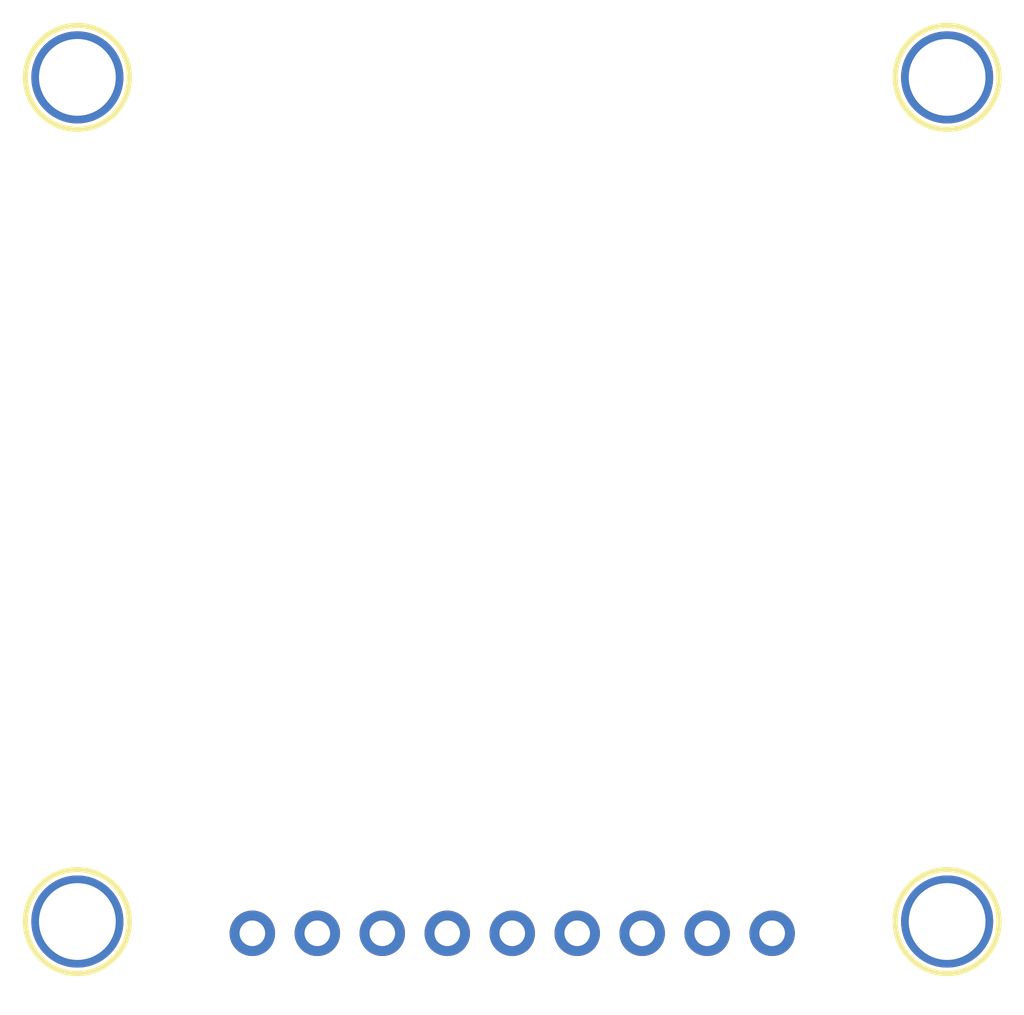
<source format=kicad_pcb>
(kicad_pcb (version 20171130) (host pcbnew "(5.1.6-0-10_14)")

  (general
    (thickness 1.6)
    (drawings 16)
    (tracks 6)
    (zones 0)
    (modules 5)
    (nets 1)
  )

  (page A4)
  (layers
    (0 Top signal)
    (31 Bottom signal)
    (32 B.Adhes user)
    (33 F.Adhes user)
    (34 B.Paste user)
    (35 F.Paste user)
    (36 B.SilkS user)
    (37 F.SilkS user)
    (38 B.Mask user)
    (39 F.Mask user)
    (40 Dwgs.User user)
    (41 Cmts.User user)
    (42 Eco1.User user)
    (43 Eco2.User user)
    (44 Edge.Cuts user)
    (45 Margin user)
    (46 B.CrtYd user)
    (47 F.CrtYd user)
    (48 B.Fab user)
    (49 F.Fab user)
  )

  (setup
    (last_trace_width 0.25)
    (trace_clearance 0.2)
    (zone_clearance 0.508)
    (zone_45_only no)
    (trace_min 0.2)
    (via_size 0.8)
    (via_drill 0.4)
    (via_min_size 0.4)
    (via_min_drill 0.3)
    (uvia_size 0.3)
    (uvia_drill 0.1)
    (uvias_allowed no)
    (uvia_min_size 0.2)
    (uvia_min_drill 0.1)
    (edge_width 0.05)
    (segment_width 0.2)
    (pcb_text_width 0.3)
    (pcb_text_size 1.5 1.5)
    (mod_edge_width 0.12)
    (mod_text_size 1 1)
    (mod_text_width 0.15)
    (pad_size 1.778 1.778)
    (pad_drill 1)
    (pad_to_mask_clearance 0.05)
    (aux_axis_origin 0 0)
    (visible_elements FFFFFF7F)
    (pcbplotparams
      (layerselection 0x00100_7fff8001)
      (usegerberextensions false)
      (usegerberattributes true)
      (usegerberadvancedattributes true)
      (creategerberjobfile true)
      (excludeedgelayer true)
      (linewidth 0.200000)
      (plotframeref false)
      (viasonmask false)
      (mode 1)
      (useauxorigin false)
      (hpglpennumber 1)
      (hpglpenspeed 20)
      (hpglpendiameter 15.000000)
      (psnegative false)
      (psa4output false)
      (plotreference true)
      (plotvalue true)
      (plotinvisibletext false)
      (padsonsilk false)
      (subtractmaskfromsilk false)
      (outputformat 5)
      (mirror false)
      (drillshape 0)
      (scaleselection 1)
      (outputdirectory "adafruit_sharp_footprint/"))
  )

  (net 0 "")

  (net_class Default "This is the default net class."
    (clearance 0.2)
    (trace_width 0.25)
    (via_dia 0.8)
    (via_drill 0.4)
    (uvia_dia 0.3)
    (uvia_drill 0.1)
  )

  (module 1X09_ROUND_70 (layer Top) (tedit 61170220) (tstamp 610B355E)
    (at 148.5011 121.9636)
    (fp_text reference JP1 (at -11.8908 1.0632 90) (layer F.SilkS) hide
      (effects (font (size 0.77216 0.77216) (thickness 0.138988)) (justify left bottom))
    )
    (fp_text value "" (at -11.43 3.175) (layer F.Fab)
      (effects (font (size 0.38608 0.38608) (thickness 0.038608)) (justify left bottom))
    )
    (fp_line (start -11.43 -0.635) (end -11.43 0.635) (layer F.Fab) (width 0.2032))
    (fp_poly (pts (xy 7.366 0.254) (xy 7.874 0.254) (xy 7.874 -0.254) (xy 7.366 -0.254)) (layer F.Fab) (width 0))
    (fp_poly (pts (xy 4.826 0.254) (xy 5.334 0.254) (xy 5.334 -0.254) (xy 4.826 -0.254)) (layer F.Fab) (width 0))
    (fp_poly (pts (xy 2.286 0.254) (xy 2.794 0.254) (xy 2.794 -0.254) (xy 2.286 -0.254)) (layer F.Fab) (width 0))
    (fp_poly (pts (xy -0.254 0.254) (xy 0.254 0.254) (xy 0.254 -0.254) (xy -0.254 -0.254)) (layer F.Fab) (width 0))
    (fp_poly (pts (xy -2.794 0.254) (xy -2.286 0.254) (xy -2.286 -0.254) (xy -2.794 -0.254)) (layer F.Fab) (width 0))
    (fp_poly (pts (xy -5.334 0.254) (xy -4.826 0.254) (xy -4.826 -0.254) (xy -5.334 -0.254)) (layer F.Fab) (width 0))
    (fp_poly (pts (xy -7.874 0.254) (xy -7.366 0.254) (xy -7.366 -0.254) (xy -7.874 -0.254)) (layer F.Fab) (width 0))
    (fp_poly (pts (xy -10.414 0.254) (xy -9.906 0.254) (xy -9.906 -0.254) (xy -10.414 -0.254)) (layer F.Fab) (width 0))
    (fp_poly (pts (xy 9.906 0.254) (xy 10.414 0.254) (xy 10.414 -0.254) (xy 9.906 -0.254)) (layer F.Fab) (width 0))
    (pad 9 thru_hole circle (at 10.16 0 90) (size 1.778 1.778) (drill 1) (layers *.Cu *.Mask)
      (solder_mask_margin 0.0762))
    (pad 8 thru_hole circle (at 7.62 0 90) (size 1.778 1.778) (drill 1) (layers *.Cu *.Mask)
      (solder_mask_margin 0.0762))
    (pad 7 thru_hole circle (at 5.08 0 90) (size 1.778 1.778) (drill 1) (layers *.Cu *.Mask)
      (solder_mask_margin 0.0762))
    (pad 6 thru_hole circle (at 2.54 0 90) (size 1.778 1.778) (drill 1) (layers *.Cu *.Mask)
      (solder_mask_margin 0.0762))
    (pad 5 thru_hole circle (at 0 0 90) (size 1.778 1.778) (drill 1) (layers *.Cu *.Mask)
      (solder_mask_margin 0.0762))
    (pad 4 thru_hole circle (at -2.54 0 90) (size 1.778 1.778) (drill 1) (layers *.Cu *.Mask)
      (solder_mask_margin 0.0762))
    (pad 3 thru_hole circle (at -5.08 0 90) (size 1.778 1.778) (drill 1) (layers *.Cu *.Mask)
      (solder_mask_margin 0.0762))
    (pad 2 thru_hole circle (at -7.62 0 90) (size 1.778 1.778) (drill 1) (layers *.Cu *.Mask)
      (solder_mask_margin 0.0762))
    (pad 1 thru_hole circle (at -10.16 0 90) (size 1.778 1.778) (drill 1) (layers *.Cu *.Mask)
      (solder_mask_margin 0.0762))
  )

  (module MOUNTINGHOLE_3.0_PLATEDTHIN (layer Top) (tedit 611701C7) (tstamp 610B3574)
    (at 131.5011 88.5036)
    (fp_text reference U$21 (at 0 0) (layer F.SilkS) hide
      (effects (font (size 1.27 1.27) (thickness 0.15)))
    )
    (fp_text value MOUNTINGHOLE3.0THIN (at 0 0) (layer F.SilkS) hide
      (effects (font (size 1.27 1.27) (thickness 0.15)))
    )
    (fp_circle (center 0 0) (end 2.032 0) (layer F.SilkS) (width 0.2032))
    (fp_circle (center 0 0) (end 1 0) (layer Dwgs.User) (width 2.032))
    (fp_circle (center 0 0) (end 1 0) (layer Dwgs.User) (width 2.032))
    (fp_circle (center 0 0) (end 1 0) (layer Dwgs.User) (width 2.032))
    (fp_circle (center 0 0) (end 1 0) (layer Dwgs.User) (width 2.032))
    (fp_circle (center 0 0) (end 1 0) (layer Dwgs.User) (width 2.032))
    (fp_text user 3,0 (at -0.87 2.74) (layer Cmts.User)
      (effects (font (size 0.77216 0.77216) (thickness 0.065024)) (justify left bottom))
    )
    (pad "" thru_hole circle (at 0 0) (size 3.6 3.6) (drill 3) (layers *.Cu *.Mask)
      (solder_mask_margin 0.0762))
  )

  (module MOUNTINGHOLE_3.0_PLATEDTHIN (layer Top) (tedit 611701B2) (tstamp 610B357F)
    (at 165.5011 88.5036)
    (fp_text reference U$22 (at 0 0) (layer F.SilkS) hide
      (effects (font (size 1.27 1.27) (thickness 0.15)))
    )
    (fp_text value MOUNTINGHOLE3.0THIN (at 0 0) (layer F.SilkS) hide
      (effects (font (size 1.27 1.27) (thickness 0.15)))
    )
    (fp_circle (center 0 0) (end 2.032 0) (layer F.SilkS) (width 0.2032))
    (fp_circle (center 0 0) (end 1 0) (layer Dwgs.User) (width 2.032))
    (fp_circle (center 0 0) (end 1 0) (layer Dwgs.User) (width 2.032))
    (fp_circle (center 0 0) (end 1 0) (layer Dwgs.User) (width 2.032))
    (fp_circle (center 0 0) (end 1 0) (layer Dwgs.User) (width 2.032))
    (fp_circle (center 0 0) (end 1 0) (layer Dwgs.User) (width 2.032))
    (pad "" thru_hole circle (at 0 0) (size 3.6 3.6) (drill 3) (layers *.Cu *.Mask)
      (solder_mask_margin 0.0762))
  )

  (module MOUNTINGHOLE_3.0_PLATEDTHIN (layer Top) (tedit 611701A5) (tstamp 610B3677)
    (at 131.5011 121.5036)
    (fp_text reference U$27 (at 0 0) (layer F.SilkS) hide
      (effects (font (size 1.27 1.27) (thickness 0.15)))
    )
    (fp_text value MOUNTINGHOLE3.0THIN (at 0 0) (layer F.SilkS) hide
      (effects (font (size 1.27 1.27) (thickness 0.15)))
    )
    (fp_circle (center 0 0) (end 2.032 0) (layer F.SilkS) (width 0.2032))
    (fp_circle (center 0 0) (end 1 0) (layer Dwgs.User) (width 2.032))
    (fp_circle (center 0 0) (end 1 0) (layer Dwgs.User) (width 2.032))
    (fp_circle (center 0 0) (end 1 0) (layer Dwgs.User) (width 2.032))
    (fp_circle (center 0 0) (end 1 0) (layer Dwgs.User) (width 2.032))
    (fp_circle (center 0 0) (end 1 0) (layer Dwgs.User) (width 2.032))
    (pad "" thru_hole circle (at 0 0) (size 3.6 3.6) (drill 3) (layers *.Cu *.Mask)
      (solder_mask_margin 0.0762))
  )

  (module MOUNTINGHOLE_3.0_PLATEDTHIN (layer Top) (tedit 611701A9) (tstamp 610B3682)
    (at 165.5011 121.5036)
    (fp_text reference U$28 (at 0 0) (layer F.SilkS) hide
      (effects (font (size 1.27 1.27) (thickness 0.15)))
    )
    (fp_text value MOUNTINGHOLE3.0THIN (at 0 0) (layer F.SilkS) hide
      (effects (font (size 1.27 1.27) (thickness 0.15)))
    )
    (fp_circle (center 0 0) (end 2.032 0) (layer F.SilkS) (width 0.2032))
    (fp_circle (center 0 0) (end 1 0) (layer Dwgs.User) (width 2.032))
    (fp_circle (center 0 0) (end 1 0) (layer Dwgs.User) (width 2.032))
    (fp_circle (center 0 0) (end 1 0) (layer Dwgs.User) (width 2.032))
    (fp_circle (center 0 0) (end 1 0) (layer Dwgs.User) (width 2.032))
    (fp_circle (center 0 0) (end 1 0) (layer Dwgs.User) (width 2.032))
    (pad "" thru_hole circle (at 0 0) (size 3.6 3.6) (drill 3) (layers *.Cu *.Mask)
      (solder_mask_margin 0.0762))
  )

  (gr_arc (start 131.5011 121.5036) (end 128.5011 121.5036) (angle 90) (layer Dwgs.User) (width 0.05) (tstamp 7907D730))
  (gr_line (start 131.5011 118.5036) (end 133.5011 118.5036) (layer Dwgs.User) (width 0.05) (tstamp 7907DB70))
  (gr_line (start 133.5011 118.5036) (end 133.5011 91.5036) (layer Dwgs.User) (width 0.05) (tstamp 7907DEF0))
  (gr_line (start 133.5011 91.5036) (end 131.5011 91.5036) (layer Dwgs.User) (width 0.05) (tstamp 7907E270))
  (gr_arc (start 131.5011 88.5036) (end 131.5011 91.5036) (angle 90) (layer Dwgs.User) (width 0.05) (tstamp 7907E5F0))
  (gr_arc (start 131.5011 88.5036) (end 128.5011 88.5036) (angle 90) (layer Dwgs.User) (width 0.05) (tstamp 7907E9F0))
  (gr_line (start 131.5011 85.5036) (end 165.5011 85.5036) (layer Dwgs.User) (width 0.05) (tstamp 7907EDF0))
  (gr_arc (start 165.5011 88.5036) (end 165.5011 85.5036) (angle 90) (layer Dwgs.User) (width 0.05) (tstamp 7907F170))
  (gr_arc (start 165.5011 88.5036) (end 168.5011 88.5036) (angle 90) (layer Dwgs.User) (width 0.05) (tstamp 7907F570))
  (gr_line (start 165.5011 91.5036) (end 163.5011 91.5036) (layer Dwgs.User) (width 0.05) (tstamp 7907F970))
  (gr_line (start 163.5011 91.5036) (end 163.5011 118.5036) (layer Dwgs.User) (width 0.05) (tstamp 7907FCF0))
  (gr_line (start 163.5011 118.5036) (end 165.5011 118.5036) (layer Dwgs.User) (width 0.05) (tstamp 79080070))
  (gr_arc (start 165.5011 121.5036) (end 165.5011 118.5036) (angle 90) (layer Dwgs.User) (width 0.05) (tstamp 790803F0))
  (gr_arc (start 165.5011 121.5036) (end 168.5011 121.5036) (angle 90) (layer Dwgs.User) (width 0.05) (tstamp 790807F0))
  (gr_line (start 165.5011 124.5036) (end 131.5011 124.5036) (layer Dwgs.User) (width 0.05) (tstamp 79080BF0))
  (gr_arc (start 131.5011 121.5036) (end 131.5011 124.5036) (angle 90) (layer Dwgs.User) (width 0.05) (tstamp 79080F70))

  (segment (start 145.9321 121.9346) (end 145.9611 121.9636) (width 0.254) (layer Top) (net 0) (tstamp 79D699B0))
  (segment (start 148.4721 121.9346) (end 148.5011 121.9636) (width 0.254) (layer Top) (net 0) (tstamp 79D6ADD0))
  (segment (start 151.1391 121.8656) (end 151.0411 121.9636) (width 0.254) (layer Top) (net 0) (tstamp 79D6C1F0))
  (segment (start 156.0921 121.9346) (end 156.1211 121.9636) (width 0.254) (layer Bottom) (net 0) (tstamp 79D6E8C0))
  (segment (start 158.6321 121.9346) (end 158.6611 121.9636) (width 0.254) (layer Bottom) (net 0) (tstamp 79D71930))
  (segment (start 153.5521 121.9346) (end 153.5811 121.9636) (width 0.254) (layer Bottom) (net 0) (tstamp 79D751B0))

)

</source>
